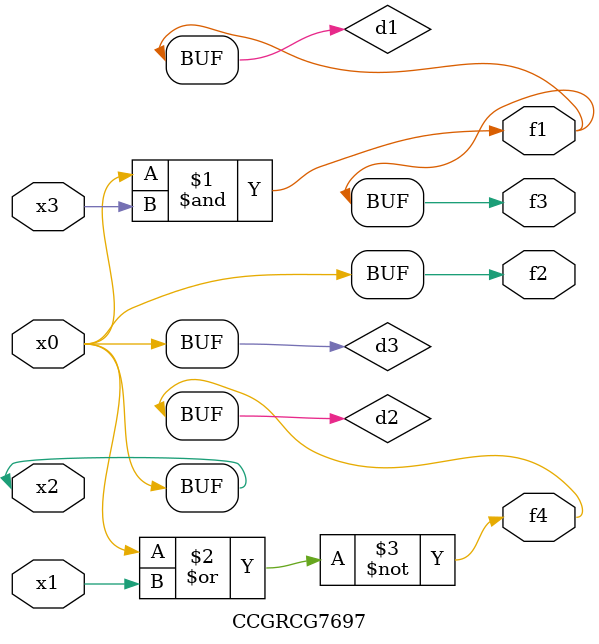
<source format=v>
module CCGRCG7697(
	input x0, x1, x2, x3,
	output f1, f2, f3, f4
);

	wire d1, d2, d3;

	and (d1, x2, x3);
	nor (d2, x0, x1);
	buf (d3, x0, x2);
	assign f1 = d1;
	assign f2 = d3;
	assign f3 = d1;
	assign f4 = d2;
endmodule

</source>
